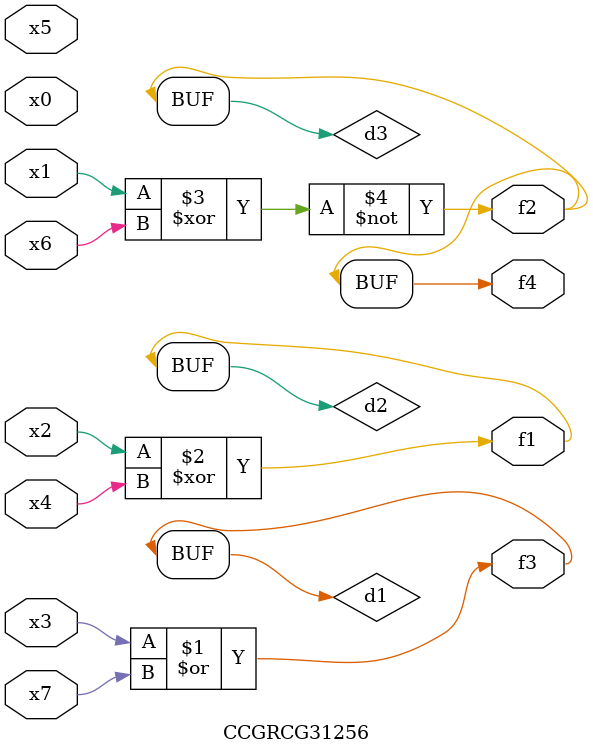
<source format=v>
module CCGRCG31256(
	input x0, x1, x2, x3, x4, x5, x6, x7,
	output f1, f2, f3, f4
);

	wire d1, d2, d3;

	or (d1, x3, x7);
	xor (d2, x2, x4);
	xnor (d3, x1, x6);
	assign f1 = d2;
	assign f2 = d3;
	assign f3 = d1;
	assign f4 = d3;
endmodule

</source>
